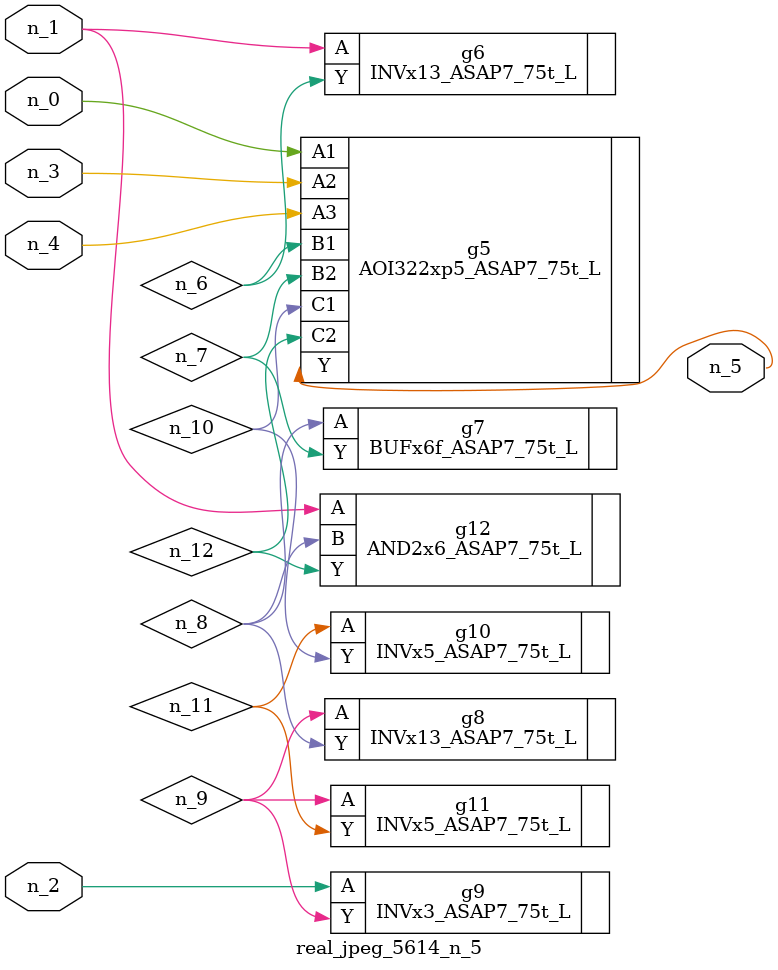
<source format=v>
module real_jpeg_5614_n_5 (n_4, n_0, n_1, n_2, n_3, n_5);

input n_4;
input n_0;
input n_1;
input n_2;
input n_3;

output n_5;

wire n_12;
wire n_8;
wire n_11;
wire n_6;
wire n_7;
wire n_10;
wire n_9;

AOI322xp5_ASAP7_75t_L g5 ( 
.A1(n_0),
.A2(n_3),
.A3(n_4),
.B1(n_6),
.B2(n_7),
.C1(n_10),
.C2(n_12),
.Y(n_5)
);

INVx13_ASAP7_75t_L g6 ( 
.A(n_1),
.Y(n_6)
);

AND2x6_ASAP7_75t_L g12 ( 
.A(n_1),
.B(n_8),
.Y(n_12)
);

INVx3_ASAP7_75t_L g9 ( 
.A(n_2),
.Y(n_9)
);

BUFx6f_ASAP7_75t_L g7 ( 
.A(n_8),
.Y(n_7)
);

INVx13_ASAP7_75t_L g8 ( 
.A(n_9),
.Y(n_8)
);

INVx5_ASAP7_75t_L g11 ( 
.A(n_9),
.Y(n_11)
);

INVx5_ASAP7_75t_L g10 ( 
.A(n_11),
.Y(n_10)
);


endmodule
</source>
